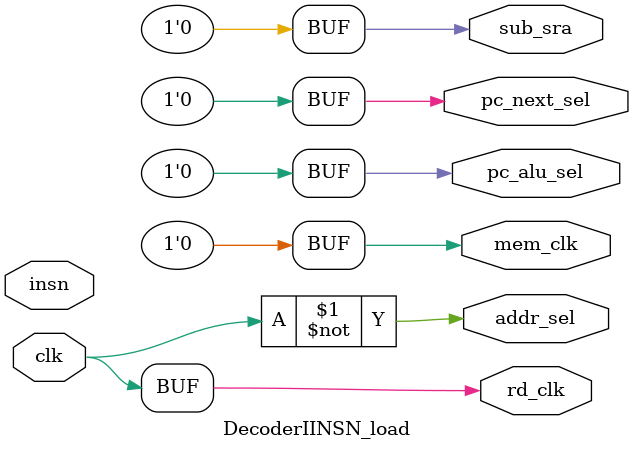
<source format=v>
/* 
Módulo para decodificação de instruções do tipo I para load de acordo com
o ISA do risc-v. O módulo recebe a instrução e o sinal de clock
do processador, e retorna todas as saídas relevantes e não relevantes
para serem enviadas ao circuito
*/
module DecoderIINSN_load (
  input wire [31:0] insn , // instrução de 32 bits
  input wire clk, // sinal de Clock  
  output wire sub_sra, addr_sel, pc_next_sel, pc_alu_sel,
  // controle de adição/subtração controle de escolha de endereço, program counter,
  //e entrada da ALU do program counter
  output wire rd_clk, mem_clk // Saídas de clock dos registradores e da memória
);
  
  assign sub_sra = 1'b0; // Deve ser zero, já que queremos soma sempre.

  assign addr_sel = ~clk; // O endereço de memória deve iniciar com o resultado da alu,
  // e em seguida deve retornar para o pc, para prosseguir o programa, o que alinha com
  // o clock do processador

  assign pc_next_sel = 0; // O PC continua recebendo o seu valor incrementado em 4
  assign pc_alu_sel = 0; // A ALU do PC contínua recebendo 4

  assign rd_clk = clk; // O rd_clk é igual ao clk do processador, que ao subir grava o valor.
  assign mem_clk = 0; // É setado para 0, para evitar problemas com gravação de memória.

endmodule
</source>
